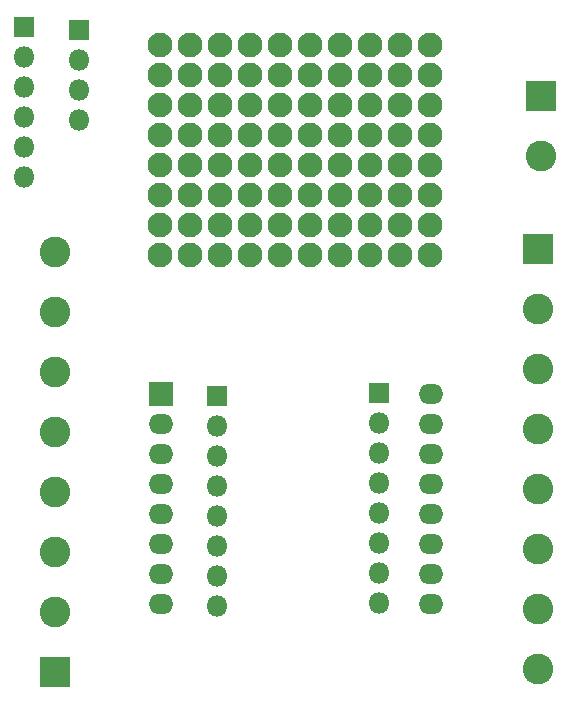
<source format=gbr>
%TF.GenerationSoftware,KiCad,Pcbnew,(5.1.6)-1*%
%TF.CreationDate,2021-02-04T11:12:43-05:00*%
%TF.ProjectId,DMB Wemos D1 Breakout,444d4220-5765-46d6-9f73-204431204272,rev?*%
%TF.SameCoordinates,Original*%
%TF.FileFunction,Soldermask,Bot*%
%TF.FilePolarity,Negative*%
%FSLAX46Y46*%
G04 Gerber Fmt 4.6, Leading zero omitted, Abs format (unit mm)*
G04 Created by KiCad (PCBNEW (5.1.6)-1) date 2021-02-04 11:12:43*
%MOMM*%
%LPD*%
G01*
G04 APERTURE LIST*
%ADD10C,2.100000*%
%ADD11R,2.600000X2.600000*%
%ADD12C,2.600000*%
%ADD13R,1.800000X1.800000*%
%ADD14O,1.800000X1.800000*%
%ADD15O,2.100000X1.700000*%
%ADD16R,2.100000X2.100000*%
G04 APERTURE END LIST*
D10*
%TO.C,REF\u002A\u002A*%
X247904000Y-102362000D03*
%TD*%
%TO.C,REF\u002A\u002A*%
X245364000Y-102362000D03*
%TD*%
%TO.C,REF\u002A\u002A*%
X242824000Y-102362000D03*
%TD*%
%TO.C,REF\u002A\u002A*%
X240284000Y-102362000D03*
%TD*%
%TO.C,REF\u002A\u002A*%
X237744000Y-102362000D03*
%TD*%
%TO.C,REF\u002A\u002A*%
X235204000Y-102362000D03*
%TD*%
%TO.C,REF\u002A\u002A*%
X232664000Y-102362000D03*
%TD*%
%TO.C,REF\u002A\u002A*%
X230124000Y-102362000D03*
%TD*%
%TO.C,REF\u002A\u002A*%
X227584000Y-102362000D03*
%TD*%
%TO.C,REF\u002A\u002A*%
X225044000Y-102362000D03*
%TD*%
%TO.C,REF\u002A\u002A*%
X247904000Y-99822000D03*
%TD*%
%TO.C,REF\u002A\u002A*%
X245364000Y-99822000D03*
%TD*%
%TO.C,REF\u002A\u002A*%
X242824000Y-99822000D03*
%TD*%
%TO.C,REF\u002A\u002A*%
X240284000Y-99822000D03*
%TD*%
%TO.C,REF\u002A\u002A*%
X237744000Y-99822000D03*
%TD*%
%TO.C,REF\u002A\u002A*%
X235204000Y-99822000D03*
%TD*%
%TO.C,REF\u002A\u002A*%
X232664000Y-99822000D03*
%TD*%
%TO.C,REF\u002A\u002A*%
X230124000Y-99822000D03*
%TD*%
%TO.C,REF\u002A\u002A*%
X227584000Y-99822000D03*
%TD*%
%TO.C,REF\u002A\u002A*%
X225044000Y-99822000D03*
%TD*%
%TO.C,REF\u002A\u002A*%
X247904000Y-97282000D03*
%TD*%
%TO.C,REF\u002A\u002A*%
X245364000Y-97282000D03*
%TD*%
%TO.C,REF\u002A\u002A*%
X242824000Y-97282000D03*
%TD*%
%TO.C,REF\u002A\u002A*%
X240284000Y-97282000D03*
%TD*%
%TO.C,REF\u002A\u002A*%
X237744000Y-97282000D03*
%TD*%
%TO.C,REF\u002A\u002A*%
X235204000Y-97282000D03*
%TD*%
%TO.C,REF\u002A\u002A*%
X232664000Y-97282000D03*
%TD*%
%TO.C,REF\u002A\u002A*%
X230124000Y-97282000D03*
%TD*%
%TO.C,REF\u002A\u002A*%
X227584000Y-97282000D03*
%TD*%
%TO.C,REF\u002A\u002A*%
X225044000Y-97282000D03*
%TD*%
%TO.C,REF\u002A\u002A*%
X247904000Y-94742000D03*
%TD*%
%TO.C,REF\u002A\u002A*%
X245364000Y-94742000D03*
%TD*%
%TO.C,REF\u002A\u002A*%
X242824000Y-94742000D03*
%TD*%
%TO.C,REF\u002A\u002A*%
X240284000Y-94742000D03*
%TD*%
%TO.C,REF\u002A\u002A*%
X237744000Y-94742000D03*
%TD*%
%TO.C,REF\u002A\u002A*%
X235204000Y-94742000D03*
%TD*%
%TO.C,REF\u002A\u002A*%
X232664000Y-94742000D03*
%TD*%
%TO.C,REF\u002A\u002A*%
X230124000Y-94742000D03*
%TD*%
%TO.C,REF\u002A\u002A*%
X227584000Y-94742000D03*
%TD*%
%TO.C,REF\u002A\u002A*%
X225044000Y-94742000D03*
%TD*%
%TO.C,REF\u002A\u002A*%
X247904000Y-92202000D03*
%TD*%
%TO.C,REF\u002A\u002A*%
X245364000Y-92202000D03*
%TD*%
%TO.C,REF\u002A\u002A*%
X242824000Y-92202000D03*
%TD*%
%TO.C,REF\u002A\u002A*%
X240284000Y-92202000D03*
%TD*%
%TO.C,REF\u002A\u002A*%
X237744000Y-92202000D03*
%TD*%
%TO.C,REF\u002A\u002A*%
X235204000Y-92202000D03*
%TD*%
%TO.C,REF\u002A\u002A*%
X232664000Y-92202000D03*
%TD*%
%TO.C,REF\u002A\u002A*%
X230124000Y-92202000D03*
%TD*%
%TO.C,REF\u002A\u002A*%
X227584000Y-92202000D03*
%TD*%
%TO.C,REF\u002A\u002A*%
X225044000Y-92202000D03*
%TD*%
%TO.C,REF\u002A\u002A*%
X247904000Y-89662000D03*
%TD*%
%TO.C,REF\u002A\u002A*%
X245364000Y-89662000D03*
%TD*%
%TO.C,REF\u002A\u002A*%
X242824000Y-89662000D03*
%TD*%
%TO.C,REF\u002A\u002A*%
X240284000Y-89662000D03*
%TD*%
%TO.C,REF\u002A\u002A*%
X237744000Y-89662000D03*
%TD*%
%TO.C,REF\u002A\u002A*%
X235204000Y-89662000D03*
%TD*%
%TO.C,REF\u002A\u002A*%
X232664000Y-89662000D03*
%TD*%
%TO.C,REF\u002A\u002A*%
X230124000Y-89662000D03*
%TD*%
%TO.C,REF\u002A\u002A*%
X227584000Y-89662000D03*
%TD*%
%TO.C,REF\u002A\u002A*%
X225044000Y-89662000D03*
%TD*%
%TO.C,REF\u002A\u002A*%
X247904000Y-87122000D03*
%TD*%
%TO.C,REF\u002A\u002A*%
X245364000Y-87122000D03*
%TD*%
%TO.C,REF\u002A\u002A*%
X242824000Y-87122000D03*
%TD*%
%TO.C,REF\u002A\u002A*%
X240284000Y-87122000D03*
%TD*%
%TO.C,REF\u002A\u002A*%
X237744000Y-87122000D03*
%TD*%
%TO.C,REF\u002A\u002A*%
X235204000Y-87122000D03*
%TD*%
%TO.C,REF\u002A\u002A*%
X232664000Y-87122000D03*
%TD*%
%TO.C,REF\u002A\u002A*%
X230124000Y-87122000D03*
%TD*%
%TO.C,REF\u002A\u002A*%
X227584000Y-87122000D03*
%TD*%
%TO.C,REF\u002A\u002A*%
X225044000Y-87122000D03*
%TD*%
%TO.C,REF\u002A\u002A*%
X247904000Y-84582000D03*
%TD*%
%TO.C,REF\u002A\u002A*%
X245364000Y-84582000D03*
%TD*%
%TO.C,REF\u002A\u002A*%
X242824000Y-84582000D03*
%TD*%
%TO.C,REF\u002A\u002A*%
X240284000Y-84582000D03*
%TD*%
%TO.C,REF\u002A\u002A*%
X237744000Y-84582000D03*
%TD*%
%TO.C,REF\u002A\u002A*%
X235204000Y-84582000D03*
%TD*%
%TO.C,REF\u002A\u002A*%
X232664000Y-84582000D03*
%TD*%
%TO.C,REF\u002A\u002A*%
X230124000Y-84582000D03*
%TD*%
%TO.C,REF\u002A\u002A*%
X227584000Y-84582000D03*
%TD*%
%TO.C,REF\u002A\u002A*%
X225044000Y-84582000D03*
%TD*%
D11*
%TO.C,J1*%
X216154000Y-137668000D03*
D12*
X216154000Y-132588000D03*
X216154000Y-127508000D03*
X216154000Y-122428000D03*
X216154000Y-117348000D03*
X216154000Y-112268000D03*
X216154000Y-107188000D03*
X216154000Y-102108000D03*
%TD*%
D13*
%TO.C,J2*%
X229870000Y-114300000D03*
D14*
X229870000Y-116840000D03*
X229870000Y-119380000D03*
X229870000Y-121920000D03*
X229870000Y-124460000D03*
X229870000Y-127000000D03*
X229870000Y-129540000D03*
X229870000Y-132080000D03*
%TD*%
D11*
%TO.C,J3*%
X257302000Y-88900000D03*
D12*
X257302000Y-93980000D03*
%TD*%
D14*
%TO.C,J7*%
X243586000Y-131826000D03*
X243586000Y-129286000D03*
X243586000Y-126746000D03*
X243586000Y-124206000D03*
X243586000Y-121666000D03*
X243586000Y-119126000D03*
X243586000Y-116586000D03*
D13*
X243586000Y-114046000D03*
%TD*%
D12*
%TO.C,J9*%
X257048000Y-137414000D03*
X257048000Y-132334000D03*
X257048000Y-127254000D03*
X257048000Y-122174000D03*
X257048000Y-117094000D03*
X257048000Y-112014000D03*
X257048000Y-106934000D03*
D11*
X257048000Y-101854000D03*
%TD*%
D15*
%TO.C,U1*%
X225137001Y-116689001D03*
D16*
X225137001Y-114149001D03*
D15*
X225137001Y-119229001D03*
X225137001Y-121769001D03*
X225137001Y-124309001D03*
X225137001Y-126849001D03*
X225137001Y-129389001D03*
X225137001Y-131929001D03*
X247997001Y-131929001D03*
X247997001Y-129389001D03*
X247997001Y-126849001D03*
X247997001Y-124309001D03*
X247997001Y-121769001D03*
X247997001Y-119229001D03*
X247997001Y-116689001D03*
X247997001Y-114149001D03*
%TD*%
D13*
%TO.C,I2C*%
X218186000Y-83312000D03*
D14*
X218186000Y-85852000D03*
X218186000Y-88392000D03*
X218186000Y-90932000D03*
%TD*%
D13*
%TO.C,SPI*%
X213519001Y-83067001D03*
D14*
X213519001Y-85607001D03*
X213519001Y-88147001D03*
X213519001Y-90687001D03*
X213519001Y-93227001D03*
X213519001Y-95767001D03*
%TD*%
M02*

</source>
